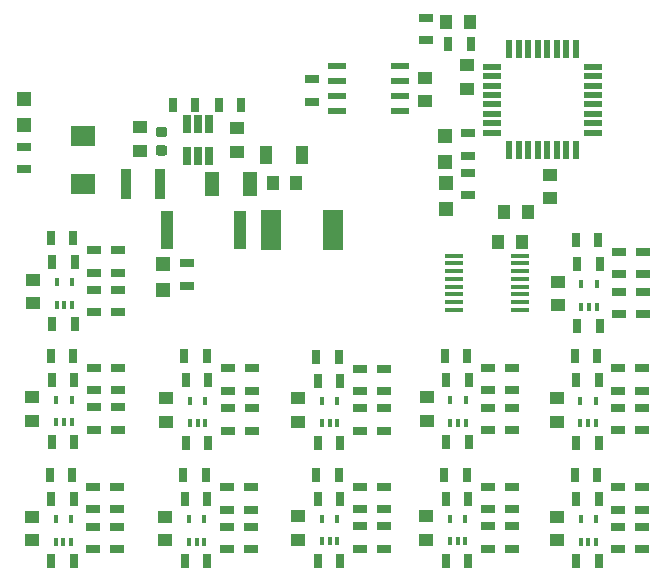
<source format=gbr>
G04 #@! TF.GenerationSoftware,KiCad,Pcbnew,5.1.5-52549c5~84~ubuntu16.04.1*
G04 #@! TF.CreationDate,2019-12-28T13:07:50-05:00*
G04 #@! TF.ProjectId,Chassis_Strain,43686173-7369-4735-9f53-747261696e2e,rev?*
G04 #@! TF.SameCoordinates,Original*
G04 #@! TF.FileFunction,Paste,Top*
G04 #@! TF.FilePolarity,Positive*
%FSLAX46Y46*%
G04 Gerber Fmt 4.6, Leading zero omitted, Abs format (unit mm)*
G04 Created by KiCad (PCBNEW 5.1.5-52549c5~84~ubuntu16.04.1) date 2019-12-28 13:07:50*
%MOMM*%
%LPD*%
G04 APERTURE LIST*
%ADD10R,1.000000X1.250000*%
%ADD11R,1.600000X0.350000*%
%ADD12R,0.550000X1.600000*%
%ADD13R,1.600000X0.550000*%
%ADD14R,0.400000X0.650000*%
%ADD15R,0.700000X1.300000*%
%ADD16R,1.300000X0.700000*%
%ADD17R,1.250000X1.000000*%
%ADD18R,0.650000X1.560000*%
%ADD19R,1.200000X2.000000*%
%ADD20R,1.550000X0.600000*%
%ADD21R,1.780000X3.500000*%
%ADD22R,0.900000X2.500000*%
%ADD23R,1.000000X3.200000*%
%ADD24R,1.000000X1.600000*%
%ADD25R,2.159000X1.778000*%
%ADD26R,1.200000X1.200000*%
%ADD27C,1.000000*%
G04 APERTURE END LIST*
D10*
X150574500Y-110617000D03*
X152574500Y-110617000D03*
D11*
X152406000Y-111771000D03*
X152406000Y-112421000D03*
X152406000Y-113071000D03*
X152406000Y-113721000D03*
X152406000Y-114371000D03*
X152406000Y-115021000D03*
X152406000Y-115671000D03*
X152406000Y-116321000D03*
X146806000Y-116321000D03*
X146806000Y-115671000D03*
X146806000Y-115021000D03*
X146806000Y-114371000D03*
X146806000Y-113721000D03*
X146806000Y-113071000D03*
X146806000Y-112421000D03*
X146806000Y-111771000D03*
D12*
X151505000Y-94302000D03*
X152305000Y-94302000D03*
X153105000Y-94302000D03*
X153905000Y-94302000D03*
X154705000Y-94302000D03*
X155505000Y-94302000D03*
X156305000Y-94302000D03*
X157105000Y-94302000D03*
D13*
X158555000Y-95752000D03*
X158555000Y-96552000D03*
X158555000Y-97352000D03*
X158555000Y-98152000D03*
X158555000Y-98952000D03*
X158555000Y-99752000D03*
X158555000Y-100552000D03*
X158555000Y-101352000D03*
D12*
X157105000Y-102802000D03*
X156305000Y-102802000D03*
X155505000Y-102802000D03*
X154705000Y-102802000D03*
X153905000Y-102802000D03*
X153105000Y-102802000D03*
X152305000Y-102802000D03*
X151505000Y-102802000D03*
D13*
X150055000Y-101352000D03*
X150055000Y-100552000D03*
X150055000Y-99752000D03*
X150055000Y-98952000D03*
X150055000Y-98152000D03*
X150055000Y-97352000D03*
X150055000Y-96552000D03*
X150055000Y-95752000D03*
D14*
X146509500Y-123986000D03*
X147809500Y-123986000D03*
X147159500Y-125886000D03*
X147809500Y-125886000D03*
X146509500Y-125886000D03*
D15*
X148048500Y-122269000D03*
X146148500Y-122269000D03*
X146148500Y-127539500D03*
X148048500Y-127539500D03*
X146021500Y-120237000D03*
X147921500Y-120237000D03*
D16*
X149699500Y-126521000D03*
X149699500Y-124621000D03*
X149699500Y-121258000D03*
X149699500Y-123158000D03*
X151731500Y-123153000D03*
X151731500Y-121253000D03*
X151731500Y-124621000D03*
X151731500Y-126521000D03*
D17*
X144492500Y-125761500D03*
X144492500Y-123761500D03*
D16*
X110363000Y-102555000D03*
X110363000Y-104455000D03*
D18*
X125153600Y-103315800D03*
X126103600Y-103315800D03*
X124203600Y-103315800D03*
X124203600Y-100615800D03*
X125153600Y-100615800D03*
X126103600Y-100615800D03*
D19*
X129552700Y-105666540D03*
X126352700Y-105666540D03*
D10*
X148129500Y-91948000D03*
X146129500Y-91948000D03*
D17*
X147891500Y-95647000D03*
X147891500Y-97647000D03*
D16*
X144399000Y-91635500D03*
X144399000Y-93535500D03*
D20*
X136873000Y-99504500D03*
X136873000Y-98234500D03*
X136873000Y-96964500D03*
X136873000Y-95694500D03*
X142273000Y-95694500D03*
X142273000Y-96964500D03*
X142273000Y-98234500D03*
X142273000Y-99504500D03*
D15*
X148209000Y-93853000D03*
X146309000Y-93853000D03*
D16*
X147980400Y-101412000D03*
X147980400Y-103312000D03*
D17*
X155575000Y-115951000D03*
X155575000Y-113951000D03*
D16*
X162814000Y-114810500D03*
X162814000Y-116710500D03*
D21*
X131305300Y-109601000D03*
X136585300Y-109601000D03*
D17*
X128447800Y-102981000D03*
X128447800Y-100981000D03*
D22*
X118996800Y-105727500D03*
X121896800Y-105727500D03*
D15*
X126870420Y-98978720D03*
X128770420Y-98978720D03*
X122984220Y-98963480D03*
X124884220Y-98963480D03*
D16*
X124176000Y-114300000D03*
X124176000Y-112400000D03*
D23*
X122504200Y-109606080D03*
X128704200Y-109606080D03*
D24*
X133924300Y-103251000D03*
X130924300Y-103251000D03*
D10*
X133448300Y-105600500D03*
X131448300Y-105600500D03*
D25*
X115430300Y-105727500D03*
X115430300Y-101663500D03*
D26*
X122174000Y-112481000D03*
X122174000Y-114681000D03*
X110376000Y-98500000D03*
X110376000Y-100700000D03*
D17*
X120228360Y-100870000D03*
X120228360Y-102870000D03*
D27*
G36*
X122311991Y-100836553D02*
G01*
X122333226Y-100839703D01*
X122354050Y-100844919D01*
X122374262Y-100852151D01*
X122393668Y-100861330D01*
X122412081Y-100872366D01*
X122429324Y-100885154D01*
X122445230Y-100899570D01*
X122459646Y-100915476D01*
X122472434Y-100932719D01*
X122483470Y-100951132D01*
X122492649Y-100970538D01*
X122499881Y-100990750D01*
X122505097Y-101011574D01*
X122508247Y-101032809D01*
X122509300Y-101054250D01*
X122509300Y-101491750D01*
X122508247Y-101513191D01*
X122505097Y-101534426D01*
X122499881Y-101555250D01*
X122492649Y-101575462D01*
X122483470Y-101594868D01*
X122472434Y-101613281D01*
X122459646Y-101630524D01*
X122445230Y-101646430D01*
X122429324Y-101660846D01*
X122412081Y-101673634D01*
X122393668Y-101684670D01*
X122374262Y-101693849D01*
X122354050Y-101701081D01*
X122333226Y-101706297D01*
X122311991Y-101709447D01*
X122290550Y-101710500D01*
X121778050Y-101710500D01*
X121756609Y-101709447D01*
X121735374Y-101706297D01*
X121714550Y-101701081D01*
X121694338Y-101693849D01*
X121674932Y-101684670D01*
X121656519Y-101673634D01*
X121639276Y-101660846D01*
X121623370Y-101646430D01*
X121608954Y-101630524D01*
X121596166Y-101613281D01*
X121585130Y-101594868D01*
X121575951Y-101575462D01*
X121568719Y-101555250D01*
X121563503Y-101534426D01*
X121560353Y-101513191D01*
X121559300Y-101491750D01*
X121559300Y-101054250D01*
X121560353Y-101032809D01*
X121563503Y-101011574D01*
X121568719Y-100990750D01*
X121575951Y-100970538D01*
X121585130Y-100951132D01*
X121596166Y-100932719D01*
X121608954Y-100915476D01*
X121623370Y-100899570D01*
X121639276Y-100885154D01*
X121656519Y-100872366D01*
X121674932Y-100861330D01*
X121694338Y-100852151D01*
X121714550Y-100844919D01*
X121735374Y-100839703D01*
X121756609Y-100836553D01*
X121778050Y-100835500D01*
X122290550Y-100835500D01*
X122311991Y-100836553D01*
G37*
G36*
X122311991Y-102411553D02*
G01*
X122333226Y-102414703D01*
X122354050Y-102419919D01*
X122374262Y-102427151D01*
X122393668Y-102436330D01*
X122412081Y-102447366D01*
X122429324Y-102460154D01*
X122445230Y-102474570D01*
X122459646Y-102490476D01*
X122472434Y-102507719D01*
X122483470Y-102526132D01*
X122492649Y-102545538D01*
X122499881Y-102565750D01*
X122505097Y-102586574D01*
X122508247Y-102607809D01*
X122509300Y-102629250D01*
X122509300Y-103066750D01*
X122508247Y-103088191D01*
X122505097Y-103109426D01*
X122499881Y-103130250D01*
X122492649Y-103150462D01*
X122483470Y-103169868D01*
X122472434Y-103188281D01*
X122459646Y-103205524D01*
X122445230Y-103221430D01*
X122429324Y-103235846D01*
X122412081Y-103248634D01*
X122393668Y-103259670D01*
X122374262Y-103268849D01*
X122354050Y-103276081D01*
X122333226Y-103281297D01*
X122311991Y-103284447D01*
X122290550Y-103285500D01*
X121778050Y-103285500D01*
X121756609Y-103284447D01*
X121735374Y-103281297D01*
X121714550Y-103276081D01*
X121694338Y-103268849D01*
X121674932Y-103259670D01*
X121656519Y-103248634D01*
X121639276Y-103235846D01*
X121623370Y-103221430D01*
X121608954Y-103205524D01*
X121596166Y-103188281D01*
X121585130Y-103169868D01*
X121575951Y-103150462D01*
X121568719Y-103130250D01*
X121563503Y-103109426D01*
X121560353Y-103088191D01*
X121559300Y-103066750D01*
X121559300Y-102629250D01*
X121560353Y-102607809D01*
X121563503Y-102586574D01*
X121568719Y-102565750D01*
X121575951Y-102545538D01*
X121585130Y-102526132D01*
X121596166Y-102507719D01*
X121608954Y-102490476D01*
X121623370Y-102474570D01*
X121639276Y-102460154D01*
X121656519Y-102447366D01*
X121674932Y-102436330D01*
X121694338Y-102427151D01*
X121714550Y-102419919D01*
X121735374Y-102414703D01*
X121756609Y-102411553D01*
X121778050Y-102410500D01*
X122290550Y-102410500D01*
X122311991Y-102411553D01*
G37*
D17*
X144335500Y-98679000D03*
X144335500Y-96679000D03*
X154940000Y-106902000D03*
X154940000Y-104902000D03*
D10*
X153035000Y-108077000D03*
X151035000Y-108077000D03*
D17*
X155499001Y-125799999D03*
X155499001Y-123799999D03*
X155522501Y-135868999D03*
X155522501Y-133868999D03*
X144453501Y-135814499D03*
X144453501Y-133814499D03*
X133618501Y-125835999D03*
X133618501Y-123835999D03*
X133614001Y-135827499D03*
X133614001Y-133827499D03*
X122439001Y-125806999D03*
X122439001Y-123806999D03*
X122355501Y-135867499D03*
X122355501Y-133867499D03*
X111139501Y-115792499D03*
X111139501Y-113792499D03*
X111119501Y-125751499D03*
X111119501Y-123751499D03*
X111059501Y-135847999D03*
X111059501Y-133847999D03*
D26*
X146075400Y-101600000D03*
X146075400Y-103800000D03*
X146126200Y-105605400D03*
X146126200Y-107805400D03*
D16*
X148031200Y-104724200D03*
X148031200Y-106624200D03*
X134747000Y-96842500D03*
X134747000Y-98742500D03*
X162738001Y-124659499D03*
X162738001Y-126559499D03*
X162738001Y-123191499D03*
X162738001Y-121291499D03*
X160706001Y-121296499D03*
X160706001Y-123196499D03*
X160706001Y-126559499D03*
X160706001Y-124659499D03*
D15*
X157028001Y-120275499D03*
X158928001Y-120275499D03*
X157155001Y-127577999D03*
X159055001Y-127577999D03*
X159055001Y-122307499D03*
X157155001Y-122307499D03*
D16*
X162814000Y-113342500D03*
X162814000Y-111442500D03*
X160782000Y-111447500D03*
X160782000Y-113347500D03*
X160782000Y-116710500D03*
X160782000Y-114810500D03*
D15*
X157104000Y-110426500D03*
X159004000Y-110426500D03*
X157231000Y-117729000D03*
X159131000Y-117729000D03*
X159131000Y-112458500D03*
X157231000Y-112458500D03*
D16*
X162761501Y-134728499D03*
X162761501Y-136628499D03*
X162761501Y-133260499D03*
X162761501Y-131360499D03*
X160729501Y-131365499D03*
X160729501Y-133265499D03*
X160729501Y-136628499D03*
X160729501Y-134728499D03*
D15*
X157051501Y-130344499D03*
X158951501Y-130344499D03*
X157178501Y-137646999D03*
X159078501Y-137646999D03*
X159078501Y-132376499D03*
X157178501Y-132376499D03*
D16*
X151692501Y-134673999D03*
X151692501Y-136573999D03*
X151692501Y-133205999D03*
X151692501Y-131305999D03*
X149660501Y-131310999D03*
X149660501Y-133210999D03*
X149660501Y-136573999D03*
X149660501Y-134673999D03*
D15*
X145982501Y-130289999D03*
X147882501Y-130289999D03*
X146109501Y-137592499D03*
X148009501Y-137592499D03*
X148009501Y-132321999D03*
X146109501Y-132321999D03*
D16*
X140857501Y-124695499D03*
X140857501Y-126595499D03*
X140857501Y-123227499D03*
X140857501Y-121327499D03*
X138825501Y-121332499D03*
X138825501Y-123232499D03*
X138825501Y-126595499D03*
X138825501Y-124695499D03*
D15*
X135147501Y-120311499D03*
X137047501Y-120311499D03*
X135274501Y-127613999D03*
X137174501Y-127613999D03*
X137174501Y-122343499D03*
X135274501Y-122343499D03*
D16*
X140853001Y-134686999D03*
X140853001Y-136586999D03*
X140853001Y-133218999D03*
X140853001Y-131318999D03*
X138821001Y-131323999D03*
X138821001Y-133223999D03*
X138821001Y-136586999D03*
X138821001Y-134686999D03*
D15*
X135143001Y-130302999D03*
X137043001Y-130302999D03*
X135270001Y-137605499D03*
X137170001Y-137605499D03*
X137170001Y-132334999D03*
X135270001Y-132334999D03*
D16*
X129678001Y-124666499D03*
X129678001Y-126566499D03*
X129678001Y-123198499D03*
X129678001Y-121298499D03*
X127646001Y-121303499D03*
X127646001Y-123203499D03*
X127646001Y-126566499D03*
X127646001Y-124666499D03*
D15*
X123968001Y-120282499D03*
X125868001Y-120282499D03*
X124095001Y-127584999D03*
X125995001Y-127584999D03*
X125995001Y-122314499D03*
X124095001Y-122314499D03*
D16*
X129594501Y-134726999D03*
X129594501Y-136626999D03*
X129594501Y-133258999D03*
X129594501Y-131358999D03*
X127562501Y-131363999D03*
X127562501Y-133263999D03*
X127562501Y-136626999D03*
X127562501Y-134726999D03*
D15*
X123884501Y-130342999D03*
X125784501Y-130342999D03*
X124011501Y-137645499D03*
X125911501Y-137645499D03*
X125911501Y-132374999D03*
X124011501Y-132374999D03*
D16*
X118378501Y-114651999D03*
X118378501Y-116551999D03*
X118378501Y-113183999D03*
X118378501Y-111283999D03*
X116346501Y-111288999D03*
X116346501Y-113188999D03*
X116346501Y-116551999D03*
X116346501Y-114651999D03*
D15*
X112668501Y-110267999D03*
X114568501Y-110267999D03*
X112795501Y-117570499D03*
X114695501Y-117570499D03*
X114695501Y-112299999D03*
X112795501Y-112299999D03*
D16*
X118358501Y-124610999D03*
X118358501Y-126510999D03*
X118358501Y-123142999D03*
X118358501Y-121242999D03*
X116326501Y-121247999D03*
X116326501Y-123147999D03*
X116326501Y-126510999D03*
X116326501Y-124610999D03*
D15*
X112648501Y-120226999D03*
X114548501Y-120226999D03*
X112775501Y-127529499D03*
X114675501Y-127529499D03*
X114675501Y-122258999D03*
X112775501Y-122258999D03*
D16*
X118298501Y-134707499D03*
X118298501Y-136607499D03*
X118298501Y-133239499D03*
X118298501Y-131339499D03*
X116266501Y-131344499D03*
X116266501Y-133244499D03*
X116266501Y-136607499D03*
X116266501Y-134707499D03*
D15*
X112588501Y-130323499D03*
X114488501Y-130323499D03*
X112715501Y-137625999D03*
X114615501Y-137625999D03*
X114615501Y-132355499D03*
X112715501Y-132355499D03*
D14*
X157516001Y-124024499D03*
X158816001Y-124024499D03*
X158166001Y-125924499D03*
X158816001Y-125924499D03*
X157516001Y-125924499D03*
X157592000Y-114175500D03*
X158892000Y-114175500D03*
X158242000Y-116075500D03*
X158892000Y-116075500D03*
X157592000Y-116075500D03*
X157539501Y-134093499D03*
X158839501Y-134093499D03*
X158189501Y-135993499D03*
X158839501Y-135993499D03*
X157539501Y-135993499D03*
X146470501Y-134038999D03*
X147770501Y-134038999D03*
X147120501Y-135938999D03*
X147770501Y-135938999D03*
X146470501Y-135938999D03*
X135635501Y-124060499D03*
X136935501Y-124060499D03*
X136285501Y-125960499D03*
X136935501Y-125960499D03*
X135635501Y-125960499D03*
X135631001Y-134051999D03*
X136931001Y-134051999D03*
X136281001Y-135951999D03*
X136931001Y-135951999D03*
X135631001Y-135951999D03*
X124456001Y-124031499D03*
X125756001Y-124031499D03*
X125106001Y-125931499D03*
X125756001Y-125931499D03*
X124456001Y-125931499D03*
X124372501Y-134091999D03*
X125672501Y-134091999D03*
X125022501Y-135991999D03*
X125672501Y-135991999D03*
X124372501Y-135991999D03*
X113156501Y-114016999D03*
X114456501Y-114016999D03*
X113806501Y-115916999D03*
X114456501Y-115916999D03*
X113156501Y-115916999D03*
X113136501Y-123975999D03*
X114436501Y-123975999D03*
X113786501Y-125875999D03*
X114436501Y-125875999D03*
X113136501Y-125875999D03*
X113076501Y-134072499D03*
X114376501Y-134072499D03*
X113726501Y-135972499D03*
X114376501Y-135972499D03*
X113076501Y-135972499D03*
M02*

</source>
